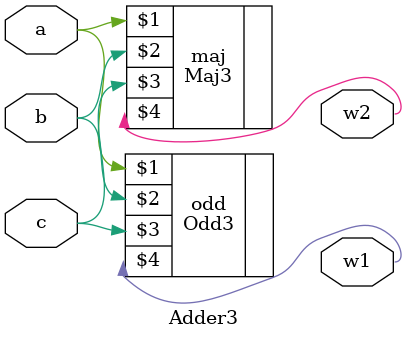
<source format=v>
`timescale 1ns/1ns

module Adder3(input a,b,c,output w1,w2);
	Odd3 odd(a,b,c,w1);
	Maj3 maj(a,b,c,w2);
endmodule

</source>
